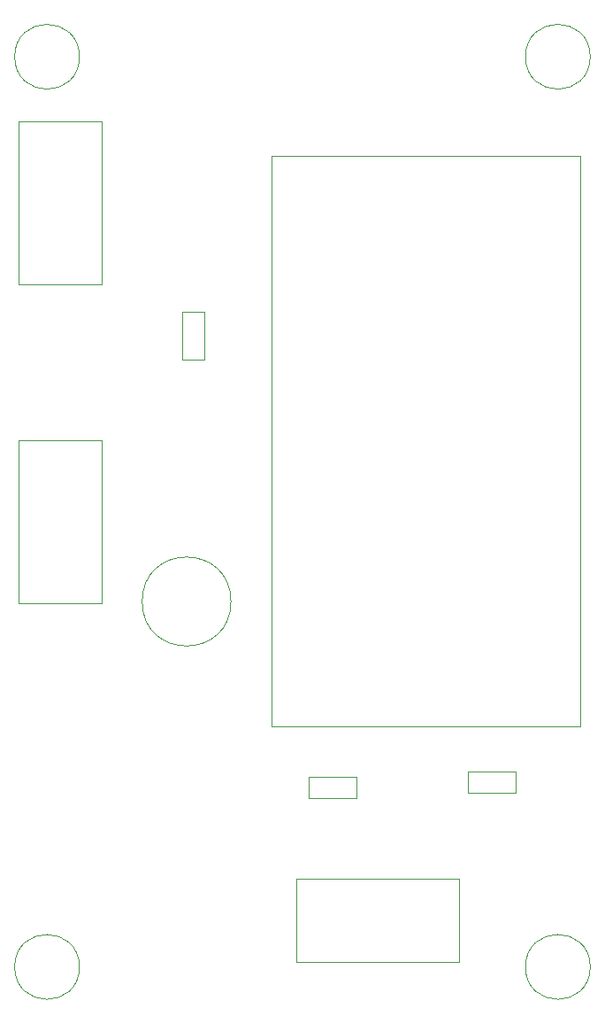
<source format=gbr>
%TF.GenerationSoftware,KiCad,Pcbnew,9.0.2*%
%TF.CreationDate,2025-07-10T18:46:47+01:00*%
%TF.ProjectId,Temperature-Controller,54656d70-6572-4617-9475-72652d436f6e,rev?*%
%TF.SameCoordinates,Original*%
%TF.FileFunction,Other,User*%
%FSLAX46Y46*%
G04 Gerber Fmt 4.6, Leading zero omitted, Abs format (unit mm)*
G04 Created by KiCad (PCBNEW 9.0.2) date 2025-07-10 18:46:47*
%MOMM*%
%LPD*%
G01*
G04 APERTURE LIST*
%ADD10C,0.050000*%
G04 APERTURE END LIST*
D10*
%TO.C,J2*%
X164275000Y-94160000D02*
X164275000Y-78560000D01*
X164275000Y-94160000D02*
X172275000Y-94160000D01*
X172275000Y-78560000D02*
X164275000Y-78560000D01*
X172275000Y-78560000D02*
X172275000Y-94160000D01*
%TO.C,C3*%
X192030000Y-110710000D02*
X196630000Y-110710000D01*
X196630000Y-112810000D01*
X192030000Y-112810000D01*
X192030000Y-110710000D01*
%TO.C,C1*%
X184610000Y-93980000D02*
G75*
G02*
X176110000Y-93980000I-4250000J0D01*
G01*
X176110000Y-93980000D02*
G75*
G02*
X184610000Y-93980000I4250000J0D01*
G01*
%TO.C,U1*%
X188500000Y-51420000D02*
X218000000Y-51420000D01*
X218000000Y-105920000D01*
X188500000Y-105920000D01*
X188500000Y-51420000D01*
%TO.C,H3*%
X170105000Y-128905000D02*
G75*
G02*
X163905000Y-128905000I-3100000J0D01*
G01*
X163905000Y-128905000D02*
G75*
G02*
X170105000Y-128905000I3100000J0D01*
G01*
%TO.C,C2*%
X179925000Y-70900000D02*
X182025000Y-70900000D01*
X182025000Y-66300000D01*
X179925000Y-66300000D01*
X179925000Y-70900000D01*
%TO.C,H2*%
X219000000Y-41910000D02*
G75*
G02*
X212800000Y-41910000I-3100000J0D01*
G01*
X212800000Y-41910000D02*
G75*
G02*
X219000000Y-41910000I3100000J0D01*
G01*
%TO.C,H1*%
X170105000Y-41910000D02*
G75*
G02*
X163905000Y-41910000I-3100000J0D01*
G01*
X163905000Y-41910000D02*
G75*
G02*
X170105000Y-41910000I3100000J0D01*
G01*
%TO.C,C5*%
X207270000Y-110202000D02*
X211870000Y-110202000D01*
X211870000Y-112302000D01*
X207270000Y-112302000D01*
X207270000Y-110202000D01*
%TO.C,H4*%
X219000000Y-128905000D02*
G75*
G02*
X212800000Y-128905000I-3100000J0D01*
G01*
X212800000Y-128905000D02*
G75*
G02*
X219000000Y-128905000I3100000J0D01*
G01*
%TO.C,J1*%
X164275000Y-63680000D02*
X164275000Y-48080000D01*
X164275000Y-63680000D02*
X172275000Y-63680000D01*
X172275000Y-48080000D02*
X164275000Y-48080000D01*
X172275000Y-48080000D02*
X172275000Y-63680000D01*
%TO.C,J5*%
X190828000Y-120460000D02*
X190828000Y-128460000D01*
X190828000Y-120460000D02*
X206428000Y-120460000D01*
X206428000Y-128460000D02*
X190828000Y-128460000D01*
X206428000Y-128460000D02*
X206428000Y-120460000D01*
%TD*%
M02*

</source>
